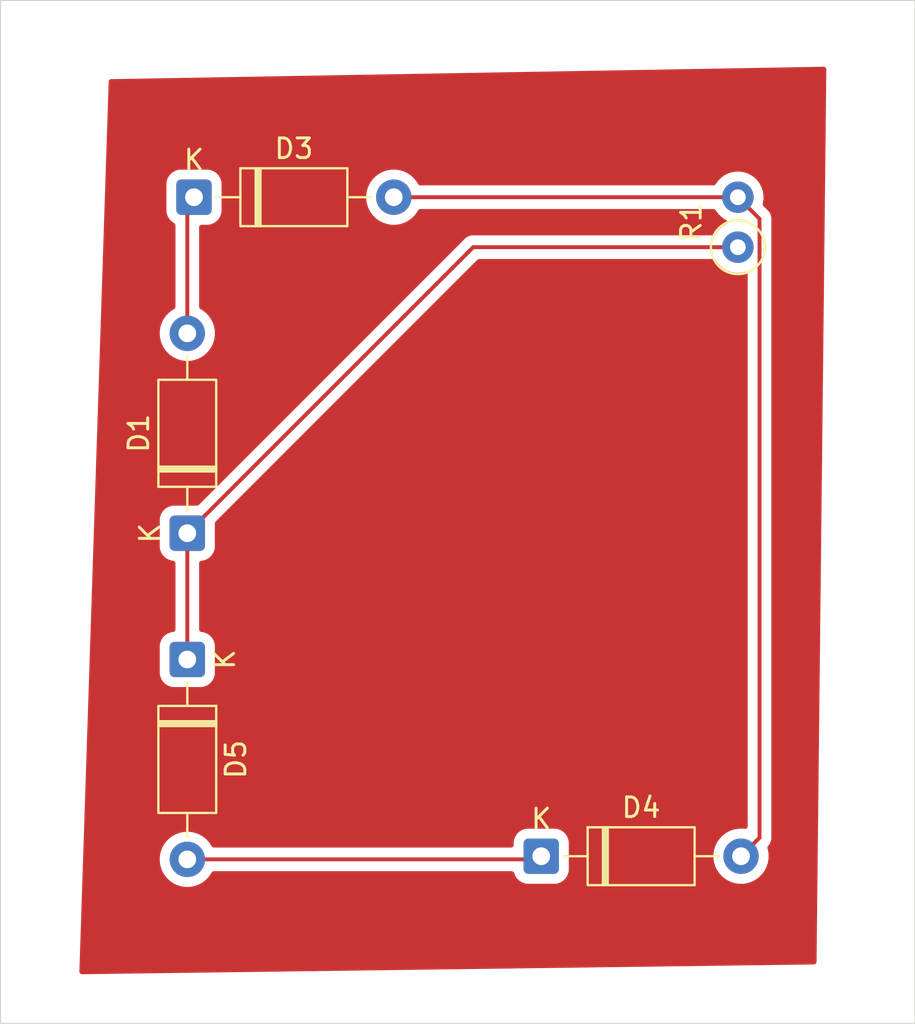
<source format=kicad_pcb>
(kicad_pcb (version 20241229) (generator "pcbnew") (generator_version "9.0")
  (layers (0 "F.Cu" signal) (2 "B.Cu" signal) (13 "F.Paste" user) (15 "B.Paste" user) (5 "F.SilkS" user "F.Silkscreen") (7 "B.SilkS" user "B.Silkscreen") (1 "F.Mask" user) (3 "B.Mask" user) (25 "Edge.Cuts" user))
  (net 0 "")
  (net 1 "Net-(D1-K)")
  (net 2 "GNDREF")
  (net 3 "Net-(D3-A)")
  (net 4 "AC")
  (footprint "Diode_THT:D_A-405_P10.16mm_Horizontal" (layer "F.Cu") (at 160 120)
    (property "Reference" "D4" (at 5.08 -2.47 0) (layer "F.SilkS"))
    (property "Value" "D")
    (fp_line (start 1.14 0) (end 2.36 0) (stroke (width 0.12)) (layer "F.SilkS"))
    (fp_line (start 3.14 -1.47) (end 3.14 1.47) (stroke (width 0.12)) (layer "F.SilkS"))
    (fp_line (start 3.26 -1.47) (end 3.26 1.47) (stroke (width 0.12)) (layer "F.SilkS"))
    (fp_line (start 3.38 -1.47) (end 3.38 1.47) (stroke (width 0.12)) (layer "F.SilkS"))
    (fp_line (start 9.02 0) (end 7.8 0) (stroke (width 0.12)) (layer "F.SilkS"))
    (fp_rect (start 2.36 -1.47) (end 7.8 1.47) (stroke (width 0.12)) (fill no) (layer "F.SilkS"))
    (fp_text user "K" (at 0 -1.9 0) (layer "F.SilkS"))
    (pad "1" thru_hole roundrect (at 0 0) (size 1.8 1.8) (drill 0.9) (layers "*.Cu" "*.Mask") (roundrect_rratio 0.138889) (net 4 "AC"))
    (pad "2" thru_hole circle (at 10.16 0) (size 1.8 1.8) (drill 0.9) (layers "*.Cu" "*.Mask") (net 3 "Net-(D3-A)"))
  )
  (footprint "Resistor_THT:R_Axial_DIN0207_L6.3mm_D2.5mm_P2.54mm_Vertical" (layer "F.Cu") (at 170 89.04 90)
    (property "Reference" "R1" (at 1.27 -2.37 90) (layer "F.SilkS"))
    (property "Value" "R_US")
    (fp_line (start 1.37 0) (end 1.44 0) (stroke (width 0.12)) (layer "F.SilkS"))
    (fp_circle (center 0 0) (end 1.37 0) (stroke (width 0.12)) (fill no) (layer "F.SilkS"))
    (pad "1" thru_hole circle (at 0 0 90) (size 1.6 1.6) (drill 0.8) (layers "*.Cu" "*.Mask") (net 1 "Net-(D1-K)"))
    (pad "2" thru_hole circle (at 2.54 0 90) (size 1.6 1.6) (drill 0.8) (layers "*.Cu" "*.Mask") (net 3 "Net-(D3-A)"))
  )
  (footprint "Diode_THT:D_A-405_P10.16mm_Horizontal" (layer "F.Cu") (at 142.34 86.5)
    (property "Reference" "D3" (at 5.08 -2.47 0) (layer "F.SilkS"))
    (property "Value" "D")
    (fp_line (start 1.14 0) (end 2.36 0) (stroke (width 0.12)) (layer "F.SilkS"))
    (fp_line (start 3.14 -1.47) (end 3.14 1.47) (stroke (width 0.12)) (layer "F.SilkS"))
    (fp_line (start 3.26 -1.47) (end 3.26 1.47) (stroke (width 0.12)) (layer "F.SilkS"))
    (fp_line (start 3.38 -1.47) (end 3.38 1.47) (stroke (width 0.12)) (layer "F.SilkS"))
    (fp_line (start 9.02 0) (end 7.8 0) (stroke (width 0.12)) (layer "F.SilkS"))
    (fp_rect (start 2.36 -1.47) (end 7.8 1.47) (stroke (width 0.12)) (fill no) (layer "F.SilkS"))
    (fp_text user "K" (at 0 -1.9 0) (layer "F.SilkS"))
    (pad "1" thru_hole roundrect (at 0 0) (size 1.8 1.8) (drill 0.9) (layers "*.Cu" "*.Mask") (roundrect_rratio 0.138889) (net 2 "GNDREF"))
    (pad "2" thru_hole circle (at 10.16 0) (size 1.8 1.8) (drill 0.9) (layers "*.Cu" "*.Mask") (net 3 "Net-(D3-A)"))
  )
  (footprint "Diode_THT:D_A-405_P10.16mm_Horizontal" (layer "F.Cu") (at 142 103.58 90)
    (property "Reference" "D1" (at 5.08 -2.47 90) (layer "F.SilkS"))
    (property "Value" "D")
    (fp_line (start 3.38 -1.47) (end 3.38 1.47) (stroke (width 0.12)) (layer "F.SilkS"))
    (fp_line (start 3.26 -1.47) (end 3.26 1.47) (stroke (width 0.12)) (layer "F.SilkS"))
    (fp_line (start 3.14 -1.47) (end 3.14 1.47) (stroke (width 0.12)) (layer "F.SilkS"))
    (fp_line (start 9.02 0) (end 7.8 0) (stroke (width 0.12)) (layer "F.SilkS"))
    (fp_line (start 1.14 0) (end 2.36 0) (stroke (width 0.12)) (layer "F.SilkS"))
    (fp_rect (start 2.36 -1.47) (end 7.8 1.47) (stroke (width 0.12)) (fill no) (layer "F.SilkS"))
    (fp_text user "K" (at 0 -1.9 90) (layer "F.SilkS"))
    (pad "1" thru_hole roundrect (at 0 0 90) (size 1.8 1.8) (drill 0.9) (layers "*.Cu" "*.Mask") (roundrect_rratio 0.138889) (net 1 "Net-(D1-K)"))
    (pad "2" thru_hole circle (at 10.16 0 90) (size 1.8 1.8) (drill 0.9) (layers "*.Cu" "*.Mask") (net 2 "GNDREF"))
  )
  (footprint "Diode_THT:D_A-405_P10.16mm_Horizontal" (layer "F.Cu") (at 142 110 -90)
    (property "Reference" "D5" (at 5.08 -2.47 90) (layer "F.SilkS"))
    (property "Value" "D")
    (fp_line (start 1.14 0) (end 2.36 0) (stroke (width 0.12)) (layer "F.SilkS"))
    (fp_line (start 9.02 0) (end 7.8 0) (stroke (width 0.12)) (layer "F.SilkS"))
    (fp_line (start 3.14 -1.47) (end 3.14 1.47) (stroke (width 0.12)) (layer "F.SilkS"))
    (fp_line (start 3.26 -1.47) (end 3.26 1.47) (stroke (width 0.12)) (layer "F.SilkS"))
    (fp_line (start 3.38 -1.47) (end 3.38 1.47) (stroke (width 0.12)) (layer "F.SilkS"))
    (fp_rect (start 2.36 -1.47) (end 7.8 1.47) (stroke (width 0.12)) (fill no) (layer "F.SilkS"))
    (fp_text user "K" (at 0 -1.9 90) (layer "F.SilkS"))
    (pad "1" thru_hole roundrect (at 0 0 270) (size 1.8 1.8) (drill 0.9) (layers "*.Cu" "*.Mask") (roundrect_rratio 0.138889) (net 1 "Net-(D1-K)"))
    (pad "2" thru_hole circle (at 10.16 0 270) (size 1.8 1.8) (drill 0.9) (layers "*.Cu" "*.Mask") (net 4 "AC"))
  )
  (gr_rect (start 132.5 76.5) (end 179 128.5) (stroke (width 0.05)) (fill no) (layer "Edge.Cuts"))
  (segment (start 170 89.04) (end 156.54 89.04) (width 0.2) (layer "F.Cu") (net 1))
  (segment (start 156.54 89.04) (end 142 103.58) (width 0.2) (layer "F.Cu") (net 1))
  (segment (start 142 110) (end 142 103.58) (width 0.2) (layer "F.Cu") (net 1))
  (segment (start 142 86.84) (end 142.34 86.5) (width 0.2) (layer "F.Cu") (net 2))
  (segment (start 142 93.42) (end 142 86.84) (width 0.2) (layer "F.Cu") (net 2))
  (segment (start 152.5 86.5) (end 170 86.5) (width 0.2) (layer "F.Cu") (net 3))
  (segment (start 171.101 87.601) (end 170 86.5) (width 0.2) (layer "F.Cu") (net 3))
  (segment (start 171.101 119.059) (end 171.101 87.601) (width 0.2) (layer "F.Cu") (net 3))
  (segment (start 170.16 120) (end 171.101 119.059) (width 0.2) (layer "F.Cu") (net 3))
  (segment (start 159.84 120.16) (end 160 120) (width 0.2) (layer "F.Cu") (net 4))
  (segment (start 142 120.16) (end 159.84 120.16) (width 0.2) (layer "F.Cu") (net 4))
  (zone (net 0) (net_name "") (layer "F.Cu") (connect_pads (clearance 0.5)) (min_thickness 0.25) (fill yes (thermal_gap 0.5) (thermal_bridge_width 0.5) (island_removal_mode 1) (island_area_min 10))
    (polygon (pts (xy 138 80.5) (xy 174.5 79.865124) (xy 174 125.5) (xy 136.506714 126) (xy 138 80.670975)))
  )
)
</source>
